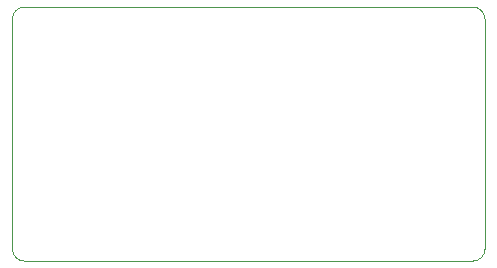
<source format=gbr>
%TF.GenerationSoftware,KiCad,Pcbnew,9.0.2*%
%TF.CreationDate,2025-07-23T23:09:01-07:00*%
%TF.ProjectId,3pdt-pwr-breakout-neg-V2,33706474-2d70-4777-922d-627265616b6f,rev?*%
%TF.SameCoordinates,Original*%
%TF.FileFunction,Profile,NP*%
%FSLAX46Y46*%
G04 Gerber Fmt 4.6, Leading zero omitted, Abs format (unit mm)*
G04 Created by KiCad (PCBNEW 9.0.2) date 2025-07-23 23:09:01*
%MOMM*%
%LPD*%
G01*
G04 APERTURE LIST*
%TA.AperFunction,Profile*%
%ADD10C,0.100000*%
%TD*%
G04 APERTURE END LIST*
D10*
X87500000Y-71500000D02*
G75*
G02*
X86500000Y-72500000I-1000000J0D01*
G01*
X86500000Y-72500000D02*
X48500000Y-72500000D01*
X48500000Y-72500000D02*
G75*
G02*
X47500000Y-71500000I0J1000000D01*
G01*
X48500000Y-51000000D02*
X86500000Y-51000000D01*
X47500000Y-71500000D02*
X47500000Y-52000000D01*
X87500000Y-52000000D02*
X87500000Y-71500000D01*
X86500000Y-51000000D02*
G75*
G02*
X87500000Y-52000000I0J-1000000D01*
G01*
X47500000Y-52000000D02*
G75*
G02*
X48500000Y-51000000I1000000J0D01*
G01*
M02*

</source>
